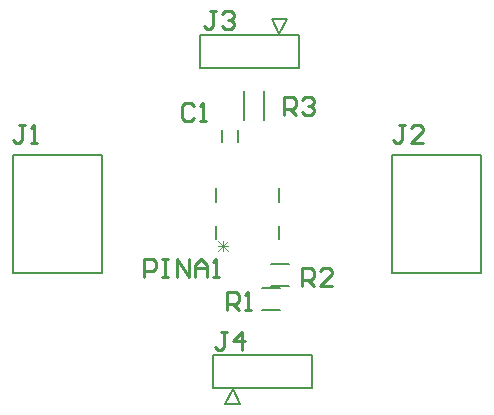
<source format=gto>
G04*
G04 #@! TF.GenerationSoftware,Altium Limited,Altium Designer,24.10.1 (45)*
G04*
G04 Layer_Color=65535*
%FSLAX44Y44*%
%MOMM*%
G71*
G04*
G04 #@! TF.SameCoordinates,5BAE0674-82A5-4AB9-AFD0-8D55292733AA*
G04*
G04*
G04 #@! TF.FilePolarity,Positive*
G04*
G01*
G75*
%ADD10C,0.2000*%
%ADD11C,0.1524*%
%ADD12C,0.2540*%
%ADD13C,0.0762*%
D10*
X600Y222720D02*
X75600D01*
X600Y122720D02*
X75600D01*
Y222720D01*
X600Y122720D02*
Y222720D01*
X321910Y122720D02*
X396910D01*
X321910Y222720D02*
X396910D01*
X321910Y122720D02*
Y222720D01*
X396910Y122720D02*
Y222720D01*
X195909Y252099D02*
Y276221D01*
X213031Y252099D02*
Y276221D01*
X219296Y111150D02*
X234296D01*
X219296Y130150D02*
X234296D01*
X211311Y90830D02*
X226311D01*
X211311Y109830D02*
X226311D01*
X190957Y233456D02*
Y243957D01*
X177400Y233510D02*
Y244010D01*
D11*
X219710Y337820D02*
X226060Y325120D01*
X219710Y337820D02*
X232410D01*
X226060Y325120D02*
X232410Y337820D01*
X158750Y295910D02*
X242570D01*
Y323850D01*
X158750D02*
X242570D01*
X158750Y295910D02*
Y323850D01*
X186690Y24130D02*
X193040Y11430D01*
X180340D02*
X193040D01*
X180340D02*
X186690Y24130D01*
X170180Y53340D02*
X254000D01*
X170180Y25400D02*
Y53340D01*
Y25400D02*
X254000D01*
Y53340D01*
X226187Y151003D02*
Y162408D01*
Y183032D02*
Y194437D01*
X172593Y183032D02*
Y194437D01*
Y151003D02*
Y162408D01*
D12*
X11173Y247899D02*
X6094D01*
X8633D01*
Y235203D01*
X6094Y232664D01*
X3555D01*
X1016Y235203D01*
X16251Y232664D02*
X21329D01*
X18790D01*
Y247899D01*
X16251Y245360D01*
X332483Y247899D02*
X327404D01*
X329944D01*
Y235203D01*
X327404Y232664D01*
X324865D01*
X322326Y235203D01*
X347718Y232664D02*
X337561D01*
X347718Y242821D01*
Y245360D01*
X345179Y247899D01*
X340100D01*
X337561Y245360D01*
X181611Y72387D02*
X176532D01*
X179072D01*
Y59692D01*
X176532Y57153D01*
X173993D01*
X171454Y59692D01*
X194307Y57153D02*
Y72387D01*
X186689Y64770D01*
X196846D01*
X172721Y344168D02*
X167642D01*
X170182D01*
Y331472D01*
X167642Y328932D01*
X165103D01*
X162564Y331472D01*
X177799Y341628D02*
X180338Y344168D01*
X185417D01*
X187956Y341628D01*
Y339089D01*
X185417Y336550D01*
X182878D01*
X185417D01*
X187956Y334011D01*
Y331472D01*
X185417Y328932D01*
X180338D01*
X177799Y331472D01*
X245114Y111763D02*
Y126997D01*
X252732D01*
X255271Y124458D01*
Y119380D01*
X252732Y116841D01*
X245114D01*
X250193D02*
X255271Y111763D01*
X270506D02*
X260349D01*
X270506Y121919D01*
Y124458D01*
X267967Y126997D01*
X262888D01*
X260349Y124458D01*
X181613Y91442D02*
Y106678D01*
X189231D01*
X191770Y104138D01*
Y99060D01*
X189231Y96521D01*
X181613D01*
X186692D02*
X191770Y91442D01*
X196848D02*
X201927D01*
X199388D01*
Y106678D01*
X196848Y104138D01*
X229874Y256542D02*
Y271777D01*
X237492D01*
X240031Y269238D01*
Y264160D01*
X237492Y261621D01*
X229874D01*
X234953D02*
X240031Y256542D01*
X245109Y269238D02*
X247648Y271777D01*
X252727D01*
X255266Y269238D01*
Y266699D01*
X252727Y264160D01*
X250187D01*
X252727D01*
X255266Y261621D01*
Y259082D01*
X252727Y256542D01*
X247648D01*
X245109Y259082D01*
X111770Y119382D02*
Y134618D01*
X119388D01*
X121927Y132078D01*
Y127000D01*
X119388Y124461D01*
X111770D01*
X127005Y134618D02*
X132084D01*
X129544D01*
Y119382D01*
X127005D01*
X132084D01*
X139701D02*
Y134618D01*
X149858Y119382D01*
Y134618D01*
X154936Y119382D02*
Y129539D01*
X160015Y134618D01*
X165093Y129539D01*
Y119382D01*
Y127000D01*
X154936D01*
X170171Y119382D02*
X175250D01*
X172711D01*
Y134618D01*
X170171Y132078D01*
X153670Y264158D02*
X151131Y266698D01*
X146053D01*
X143513Y264158D01*
Y254002D01*
X146053Y251462D01*
X151131D01*
X153670Y254002D01*
X158748Y251462D02*
X163827D01*
X161288D01*
Y266698D01*
X158748Y264158D01*
D13*
X174160Y141139D02*
X182624Y149603D01*
Y141139D02*
X174160Y149603D01*
X178392Y141139D02*
Y149603D01*
X182624Y145371D02*
X174160D01*
M02*

</source>
